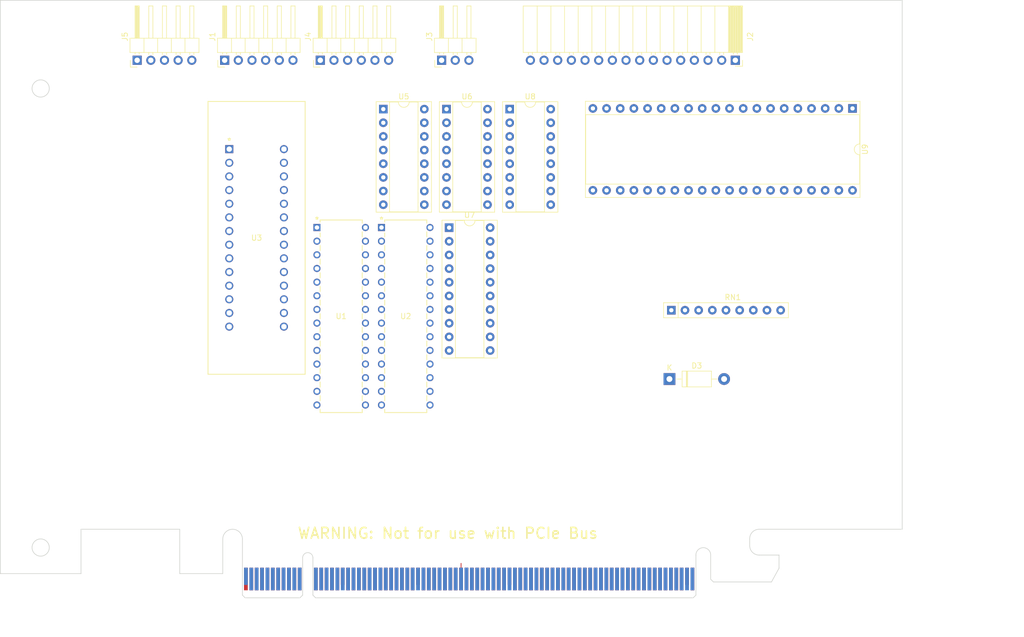
<source format=kicad_pcb>
(kicad_pcb (version 20240108) (generator "pcbnew") (generator_version "8.0")
  (layers (0 "F.Cu" signal) (1 "In1.Cu" power) (2 "In2.Cu" power) (31 "B.Cu" signal) (34 "B.Paste" user) (35 "F.Paste" user) (36 "B.SilkS" user "B.Silkscreen") (37 "F.SilkS" user "F.Silkscreen") (38 "B.Mask" user) (39 "F.Mask" user) (44 "Edge.Cuts" user))
  (net 0 "")
  (net 1 "GND")
  (net 2 "VCC")
  (net 3 "Net-(U5-Y3)")
  (net 4 "/CLK")
  (net 5 "/~{IRQ}")
  (net 6 "/A15")
  (net 12 "/E")
  (net 13 "/~{IOCS0}")
  (net 14 "/~{IOCS1}")
  (net 15 "/~{VP}")
  (net 16 "/~{IOCS2}")
  (net 17 "/~{IOCS3}")
  (net 18 "/~{IOCS4}")
  (net 19 "/~{IOCS5}")
  (net 20 "/~{IOCS6}")
  (net 21 "/~{IOCS7}")
  (net 22 "/VPA")
  (net 23 "/VDA")
  (net 24 "/A16")
  (net 25 "/A17")
  (net 26 "/A18")
  (net 27 "/A19")
  (net 28 "/A20")
  (net 29 "/A21")
  (net 30 "/A22")
  (net 31 "/A23")
  (net 33 "/~{ML}")
  (net 34 "/X")
  (net 35 "/M")
  (net 36 "/~{IRQ6}")
  (net 37 "/~{IRQ5}")
  (net 38 "/~{IRQ4}")
  (net 39 "/~{IRQ3}")
  (net 40 "/~{IRQ2}")
  (net 41 "/~{IRQ1}")
  (net 42 "/~{IRQ0}")
  (net 43 "/~{BANK0}")
  (net 44 "/~{WR}")
  (net 45 "/~{RD}")
  (net 46 "/R~{W}")
  (net 47 "/VA")
  (net 48 "/~{IRQ7}")
  (net 49 "/SYNC")
  (net 50 "/A14")
  (net 51 "/A13")
  (net 52 "/A12")
  (net 53 "/A11")
  (net 54 "/A10")
  (net 55 "/A9")
  (net 56 "/A8")
  (net 57 "/A7")
  (net 58 "/A6")
  (net 59 "/A5")
  (net 60 "/A4")
  (net 61 "/A3")
  (net 62 "/A2")
  (net 63 "/A1")
  (net 64 "/A0")
  (net 65 "/D7")
  (net 66 "/D6")
  (net 67 "/D5")
  (net 68 "/D4")
  (net 69 "/D3")
  (net 70 "/D2")
  (net 71 "/D1")
  (net 72 "/D0")
  (net 73 "/~{WAI}")
  (net 74 "/RDY_IN")
  (net 75 "/BE")
  (net 76 "/~{ABORT}")
  (net 77 "/~{NMI}")
  (net 78 "Net-(D3-K)")
  (net 80 "/~{RAM0_CE}")
  (net 81 "/~{RAM0_OE}")
  (net 82 "/PB0")
  (net 83 "/~{CLK}")
  (net 84 "/~{RAM0_WE}")
  (net 85 "/CLK_SRC")
  (net 86 "/~{CLK_EN}")
  (net 87 "/RST")
  (net 88 "/~{RAM1_CE}")
  (net 89 "/AA4")
  (net 90 "/AA1")
  (net 91 "/~{RST}")
  (net 92 "/AA3")
  (net 95 "/~{RAM1_WE}")
  (net 97 "/AA2")
  (net 98 "/~{RAM1_OE}")
  (net 101 "/~{ROM_OE}")
  (net 102 "/~{ROM_CE}")
  (net 103 "/~{ROM_WE}")
  (net 104 "Net-(U6-S1)")
  (net 106 "Net-(U6-S2)")
  (net 108 "Net-(U6-S0)")
  (net 109 "Net-(U7-2Y1)")
  (net 111 "Net-(U7-2Y3)")
  (net 112 "Net-(U7-2Y2)")
  (net 120 "/PB7")
  (net 121 "/PB6")
  (net 122 "/PB5")
  (net 123 "/PB4")
  (net 126 "/PB1")
  (net 127 "/PB2")
  (net 129 "Net-(J2-V0)")
  (net 130 "/PB3")
  (net 132 "/CB1")
  (net 134 "/CA2")
  (net 135 "/PA3")
  (net 136 "/PA6")
  (net 137 "/PA2")
  (net 139 "/PA4")
  (net 140 "/PA0")
  (net 143 "/PA5")
  (net 144 "/PA1")
  (net 145 "/CA1")
  (net 146 "/CB2")
  (net 147 "/PA7")
  (net 149 "/~{MR}⎒")
  (footprint "Connector_PinHeader_2.54mm:PinHeader_1x06_P2.54mm_Horizontal" (layer "F.Cu") (at 116.93 53 90)
    (property "Reference" "J4")
    (property "Value" "SPI_1")
  )
  (footprint "BB816-MATX-PCIE:PDIP-28_MIL300_ALL" (layer "F.Cu") (at 128.3038 84.1152)
    (property "Reference" "U2")
    (property "Value" "AS7C256B-15PIN")
  )
  (footprint "Connector_PinHeader_2.54mm:PinHeader_1x06_P2.54mm_Horizontal" (layer "F.Cu") (at 99.15 53 90)
    (property "Reference" "J1")
    (property "Value" "SPI_0")
  )
  (footprint "Package_DIP:DIP-16_W7.62mm_Socket" (layer "F.Cu") (at 140.39 62.09)
    (property "Reference" "U6")
    (property "Value" "74HC148")
  )
  (footprint "BB816-MATX-PCIE:PCIexpress_x16_HW_FH" (layer "F.Cu") (at 102.6 153)
    (property "Reference" "J1" (hide yes))
    (property "Value" "BB816_BreakoutA27_PCIex16" (hide yes))
    (fp_line (start -45.15 -111.15) (end -45.15 -4.5) (stroke (width 0.12)) (layer "Edge.Cuts"))
    (fp_line (start -45.15 -111.15) (end 122.5 -111.15) (stroke (width 0.12)) (layer "Edge.Cuts"))
    (fp_line (start -30.15 -12.75) (end -11.8 -12.75) (stroke (width 0.12)) (layer "Edge.Cuts"))
    (fp_line (start -30.15 -4.5) (end -45.15 -4.5) (stroke (width 0.12)) (layer "Edge.Cuts"))
    (fp_line (start -30.15 -4.5) (end -30.15 -12.75) (stroke (width 0.12)) (layer "Edge.Cuts"))
    (fp_line (start -11.8 -4.5) (end -11.8 -12.75) (stroke (width 0.12)) (layer "Edge.Cuts"))
    (fp_line (start -11.8 -4.5) (end -3.8 -4.5) (stroke (width 0.12)) (layer "Edge.Cuts"))
    (fp_line (start -3.8 -4.5) (end -3.8 -10.925) (stroke (width 0.12)) (layer "Edge.Cuts"))
    (fp_line (start -0.15 -0.5) (end -0.15 -10.925) (stroke (width 0.12)) (layer "Edge.Cuts"))
    (fp_line (start -0.15 -0.5) (end 0.35 0) (stroke (width 0.12)) (layer "Edge.Cuts"))
    (fp_line (start 0.35 0) (end 10.55 0) (stroke (width 0.12)) (layer "Edge.Cuts"))
    (fp_line (start 11.05 -7.45) (end 11.05 -0.5) (stroke (width 0.12)) (layer "Edge.Cuts"))
    (fp_line (start 11.05 -0.5) (end 10.55 0) (stroke (width 0.12)) (layer "Edge.Cuts"))
    (fp_line (start 12.95 -7.45) (end 12.95 -0.5) (stroke (width 0.12)) (layer "Edge.Cuts"))
    (fp_line (start 12.95 -0.5) (end 13.45 0) (stroke (width 0.12)) (layer "Edge.Cuts"))
    (fp_line (start 13.45 0) (end 83.65 0) (stroke (width 0.12)) (layer "Edge.Cuts"))
    (fp_line (start 84.15 -0.5) (end 83.65 0) (stroke (width 0.12)) (layer "Edge.Cuts"))
    (fp_line (start 84.15 -0.5) (end 84.15 -7.95) (stroke (width 0.12)) (layer "Edge.Cuts"))
    (fp_line (start 86.9 -3.45) (end 86.9 -7.95) (stroke (width 0.12)) (layer "Edge.Cuts"))
    (fp_line (start 86.9 -3.45) (end 87.4 -2.95) (stroke (width 0.12)) (layer "Edge.Cuts"))
    (fp_line (start 87.4 -2.95) (end 98.2 -2.95) (stroke (width 0.12)) (layer "Edge.Cuts"))
    (fp_line (start 94.15 -11) (end 94.15 -9.7) (stroke (width 0.12)) (layer "Edge.Cuts"))
    (fp_line (start 95.8973 -12.75) (end 122.5 -12.75) (stroke (width 0.12)) (layer "Edge.Cuts"))
    (fp_line (start 95.9 -7.95) (end 99.6 -7.95) (stroke (width 0.12)) (layer "Edge.Cuts"))
    (fp_line (start 98.2 -2.95) (end 99.6 -5.5) (stroke (width 0.12)) (layer "Edge.Cuts"))
    (fp_line (start 99.6 -5.5) (end 99.6 -7.95) (stroke (width 0.12)) (layer "Edge.Cuts"))
    (fp_line (start 122.5 -111.15) (end 122.5 -12.75) (stroke (width 0.12)) (layer "Edge.Cuts"))
    (fp_arc (start -3.8 -10.925) (mid -1.975 -12.75) (end -0.15 -10.925) (stroke (width 0.12)) (layer "Edge.Cuts"))
    (fp_arc (start 11.05 -7.45) (mid 12 -8.4) (end 12.95 -7.45) (stroke (width 0.12)) (layer "Edge.Cuts"))
    (fp_arc (start 84.15 -7.95) (mid 85.525 -9.325) (end 86.9 -7.95) (stroke (width 0.12)) (layer "Edge.Cuts"))
    (fp_arc (start 94.15 -11) (mid 94.662563 -12.237437) (end 95.9 -12.75) (stroke (width 0.12)) (layer "Edge.Cuts"))
    (fp_arc (start 95.9 -7.95) (mid 94.662563 -8.462563) (end 94.15 -9.7) (stroke (width 0.12)) (layer "Edge.Cuts"))
    (fp_circle (center -37.65 -94.75) (end -36.05 -94.75) (stroke (width 0.12)) (fill none) (layer "Edge.Cuts"))
    (fp_circle (center -37.65 -9.35) (end -36.05 -9.35) (stroke (width 0.12)) (fill none) (layer "Edge.Cuts"))
  )
  (footprint "Resistor_THT:R_Array_SIP9" (layer "F.Cu") (at 182.18 99.5)
    (property "Reference" "RN1")
    (property "Value" "10K")
  )
  (footprint "Package_DIP:DIP-16_W7.62mm_Socket" (layer "F.Cu") (at 128.64 62.09)
    (property "Reference" "U5")
    (property "Value" "74HC138")
  )
  (footprint "Connector_PinHeader_2.54mm:PinHeader_1x03_P2.54mm_Horizontal" (layer "F.Cu") (at 139.475 53 90)
    (property "Reference" "J3")
    (property "Value" "LCD Backlight")
  )
  (footprint "Package_DIP:DIP-16_W7.62mm_Socket" (layer "F.Cu") (at 152.14 62.09)
    (property "Reference" "U8")
    (property "Value" "74HC283")
  )
  (footprint "BB816-MATX-PCIE:228-1277-00-0602J_3MM" (layer "F.Cu") (at 100.0079 69.5328)
    (property "Reference" "U3")
    (property "Value" "AT28C256-15PU")
  )
  (footprint "BB816-MATX-PCIE:PDIP-28_MIL300_ALL" (layer "F.Cu") (at 116.3056 84.1152)
    (property "Reference" "U1")
    (property "Value" "AS7C256B-15PIN")
  )
  (footprint "Package_DIP:DIP-40_W15.24mm_Socket" (layer "F.Cu") (at 215.86 61.96 -90)
    (property "Reference" "U9")
    (property "Value" "W65C22SxP")
  )
  (footprint "Connector_PinHeader_2.54mm:PinHeader_1x05_P2.54mm_Horizontal" (layer "F.Cu") (at 82.885 53 90)
    (property "Reference" "J5")
    (property "Value" "GPIO")
  )
  (footprint "Package_DIP:DIP-20_W7.62mm_Socket" (layer "F.Cu") (at 140.88 84.14)
    (property "Reference" "U7")
    (property "Value" "74HC244")
  )
  (footprint "Connector_PinSocket_2.54mm:PinSocket_1x16_P2.54mm_Horizontal" (layer "F.Cu") (at 194.08 53 -90)
    (property "Reference" "J2")
    (property "Value" "LCD Display")
  )
  (footprint "Diode_THT:D_DO-41_SOD81_P10.16mm_Horizontal" (layer "F.Cu") (at 181.83 112.3)
    (property "Reference" "D3")
    (property "Value" "1N5817")
  )
  (gr_text "WARNING: Not for use with PCIe Bus" (at 112.57 142.16 0) (layer "F.SilkS") (effects (font (size 2 2) (thickness 0.3) (bold yes)) (justify left bottom)))
  (segment (start 143.1 146.59) (end 143.1 149.5) (width 0.146812) (layer "F.Cu") (net 53))
)
</source>
